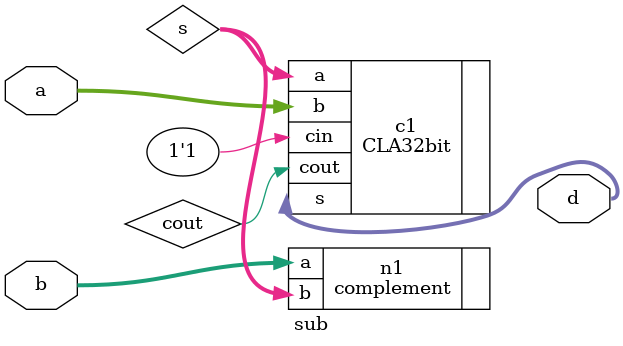
<source format=v>
module sub(d, a, b);
input [31:0] a, b;
output [31:0] d;
wire [31:0] s;

wire cout;

complement n1 (.b(s), .a(b));
CLA32bit c1 (.s(d), .a(s), .b(a), .cin(1'b1), .cout(cout));


endmodule
</source>
